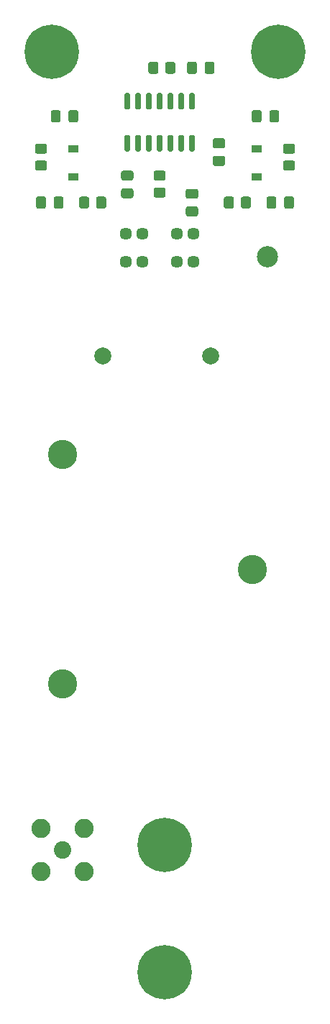
<source format=gts>
%TF.GenerationSoftware,KiCad,Pcbnew,(5.1.10)-1*%
%TF.CreationDate,2022-05-18T17:56:24+01:00*%
%TF.ProjectId,handifinder,68616e64-6966-4696-9e64-65722e6b6963,rev?*%
%TF.SameCoordinates,Original*%
%TF.FileFunction,Soldermask,Top*%
%TF.FilePolarity,Negative*%
%FSLAX46Y46*%
G04 Gerber Fmt 4.6, Leading zero omitted, Abs format (unit mm)*
G04 Created by KiCad (PCBNEW (5.1.10)-1) date 2022-05-18 17:56:24*
%MOMM*%
%LPD*%
G01*
G04 APERTURE LIST*
%ADD10C,3.435000*%
%ADD11C,2.000000*%
%ADD12C,2.050000*%
%ADD13C,2.250000*%
%ADD14R,1.200000X0.900000*%
%ADD15C,6.400000*%
%ADD16C,0.800000*%
%ADD17C,1.450000*%
%ADD18C,2.500000*%
G04 APERTURE END LIST*
D10*
%TO.C,BT1*%
X157875000Y-108855000D03*
X135525000Y-122335000D03*
X135525000Y-95365000D03*
D11*
X152965000Y-83765000D03*
X140265000Y-83765000D03*
%TD*%
D12*
%TO.C,J1*%
X135525000Y-141875000D03*
D13*
X138065000Y-144415000D03*
X138065000Y-139335000D03*
X132985000Y-139335000D03*
X132985000Y-144415000D03*
%TD*%
D14*
%TO.C,D1*%
X136795000Y-59325000D03*
X136795000Y-62625000D03*
%TD*%
%TO.C,C1*%
G36*
G01*
X151352500Y-49325000D02*
X151352500Y-50275000D01*
G75*
G02*
X151102500Y-50525000I-250000J0D01*
G01*
X150427500Y-50525000D01*
G75*
G02*
X150177500Y-50275000I0J250000D01*
G01*
X150177500Y-49325000D01*
G75*
G02*
X150427500Y-49075000I250000J0D01*
G01*
X151102500Y-49075000D01*
G75*
G02*
X151352500Y-49325000I0J-250000D01*
G01*
G37*
G36*
G01*
X153427500Y-49325000D02*
X153427500Y-50275000D01*
G75*
G02*
X153177500Y-50525000I-250000J0D01*
G01*
X152502500Y-50525000D01*
G75*
G02*
X152252500Y-50275000I0J250000D01*
G01*
X152252500Y-49325000D01*
G75*
G02*
X152502500Y-49075000I250000J0D01*
G01*
X153177500Y-49075000D01*
G75*
G02*
X153427500Y-49325000I0J-250000D01*
G01*
G37*
%TD*%
%TO.C,C2*%
G36*
G01*
X153465000Y-60177500D02*
X154415000Y-60177500D01*
G75*
G02*
X154665000Y-60427500I0J-250000D01*
G01*
X154665000Y-61102500D01*
G75*
G02*
X154415000Y-61352500I-250000J0D01*
G01*
X153465000Y-61352500D01*
G75*
G02*
X153215000Y-61102500I0J250000D01*
G01*
X153215000Y-60427500D01*
G75*
G02*
X153465000Y-60177500I250000J0D01*
G01*
G37*
G36*
G01*
X153465000Y-58102500D02*
X154415000Y-58102500D01*
G75*
G02*
X154665000Y-58352500I0J-250000D01*
G01*
X154665000Y-59027500D01*
G75*
G02*
X154415000Y-59277500I-250000J0D01*
G01*
X153465000Y-59277500D01*
G75*
G02*
X153215000Y-59027500I0J250000D01*
G01*
X153215000Y-58352500D01*
G75*
G02*
X153465000Y-58102500I250000J0D01*
G01*
G37*
%TD*%
%TO.C,C3*%
G36*
G01*
X162782500Y-65200000D02*
X162782500Y-66150000D01*
G75*
G02*
X162532500Y-66400000I-250000J0D01*
G01*
X161857500Y-66400000D01*
G75*
G02*
X161607500Y-66150000I0J250000D01*
G01*
X161607500Y-65200000D01*
G75*
G02*
X161857500Y-64950000I250000J0D01*
G01*
X162532500Y-64950000D01*
G75*
G02*
X162782500Y-65200000I0J-250000D01*
G01*
G37*
G36*
G01*
X160707500Y-65200000D02*
X160707500Y-66150000D01*
G75*
G02*
X160457500Y-66400000I-250000J0D01*
G01*
X159782500Y-66400000D01*
G75*
G02*
X159532500Y-66150000I0J250000D01*
G01*
X159532500Y-65200000D01*
G75*
G02*
X159782500Y-64950000I250000J0D01*
G01*
X160457500Y-64950000D01*
G75*
G02*
X160707500Y-65200000I0J-250000D01*
G01*
G37*
%TD*%
%TO.C,C4*%
G36*
G01*
X134472500Y-66150000D02*
X134472500Y-65200000D01*
G75*
G02*
X134722500Y-64950000I250000J0D01*
G01*
X135397500Y-64950000D01*
G75*
G02*
X135647500Y-65200000I0J-250000D01*
G01*
X135647500Y-66150000D01*
G75*
G02*
X135397500Y-66400000I-250000J0D01*
G01*
X134722500Y-66400000D01*
G75*
G02*
X134472500Y-66150000I0J250000D01*
G01*
G37*
G36*
G01*
X132397500Y-66150000D02*
X132397500Y-65200000D01*
G75*
G02*
X132647500Y-64950000I250000J0D01*
G01*
X133322500Y-64950000D01*
G75*
G02*
X133572500Y-65200000I0J-250000D01*
G01*
X133572500Y-66150000D01*
G75*
G02*
X133322500Y-66400000I-250000J0D01*
G01*
X132647500Y-66400000D01*
G75*
G02*
X132397500Y-66150000I0J250000D01*
G01*
G37*
%TD*%
%TO.C,C5*%
G36*
G01*
X150290000Y-64050000D02*
X151240000Y-64050000D01*
G75*
G02*
X151490000Y-64300000I0J-250000D01*
G01*
X151490000Y-64975000D01*
G75*
G02*
X151240000Y-65225000I-250000J0D01*
G01*
X150290000Y-65225000D01*
G75*
G02*
X150040000Y-64975000I0J250000D01*
G01*
X150040000Y-64300000D01*
G75*
G02*
X150290000Y-64050000I250000J0D01*
G01*
G37*
G36*
G01*
X150290000Y-66125000D02*
X151240000Y-66125000D01*
G75*
G02*
X151490000Y-66375000I0J-250000D01*
G01*
X151490000Y-67050000D01*
G75*
G02*
X151240000Y-67300000I-250000J0D01*
G01*
X150290000Y-67300000D01*
G75*
G02*
X150040000Y-67050000I0J250000D01*
G01*
X150040000Y-66375000D01*
G75*
G02*
X150290000Y-66125000I250000J0D01*
G01*
G37*
%TD*%
%TO.C,C6*%
G36*
G01*
X137382500Y-55040000D02*
X137382500Y-55990000D01*
G75*
G02*
X137132500Y-56240000I-250000J0D01*
G01*
X136457500Y-56240000D01*
G75*
G02*
X136207500Y-55990000I0J250000D01*
G01*
X136207500Y-55040000D01*
G75*
G02*
X136457500Y-54790000I250000J0D01*
G01*
X137132500Y-54790000D01*
G75*
G02*
X137382500Y-55040000I0J-250000D01*
G01*
G37*
G36*
G01*
X135307500Y-55040000D02*
X135307500Y-55990000D01*
G75*
G02*
X135057500Y-56240000I-250000J0D01*
G01*
X134382500Y-56240000D01*
G75*
G02*
X134132500Y-55990000I0J250000D01*
G01*
X134132500Y-55040000D01*
G75*
G02*
X134382500Y-54790000I250000J0D01*
G01*
X135057500Y-54790000D01*
G75*
G02*
X135307500Y-55040000I0J-250000D01*
G01*
G37*
%TD*%
%TO.C,C7*%
G36*
G01*
X142670000Y-63987500D02*
X143620000Y-63987500D01*
G75*
G02*
X143870000Y-64237500I0J-250000D01*
G01*
X143870000Y-64912500D01*
G75*
G02*
X143620000Y-65162500I-250000J0D01*
G01*
X142670000Y-65162500D01*
G75*
G02*
X142420000Y-64912500I0J250000D01*
G01*
X142420000Y-64237500D01*
G75*
G02*
X142670000Y-63987500I250000J0D01*
G01*
G37*
G36*
G01*
X142670000Y-61912500D02*
X143620000Y-61912500D01*
G75*
G02*
X143870000Y-62162500I0J-250000D01*
G01*
X143870000Y-62837500D01*
G75*
G02*
X143620000Y-63087500I-250000J0D01*
G01*
X142670000Y-63087500D01*
G75*
G02*
X142420000Y-62837500I0J250000D01*
G01*
X142420000Y-62162500D01*
G75*
G02*
X142670000Y-61912500I250000J0D01*
G01*
G37*
%TD*%
%TO.C,C8*%
G36*
G01*
X157797500Y-55990000D02*
X157797500Y-55040000D01*
G75*
G02*
X158047500Y-54790000I250000J0D01*
G01*
X158722500Y-54790000D01*
G75*
G02*
X158972500Y-55040000I0J-250000D01*
G01*
X158972500Y-55990000D01*
G75*
G02*
X158722500Y-56240000I-250000J0D01*
G01*
X158047500Y-56240000D01*
G75*
G02*
X157797500Y-55990000I0J250000D01*
G01*
G37*
G36*
G01*
X159872500Y-55990000D02*
X159872500Y-55040000D01*
G75*
G02*
X160122500Y-54790000I250000J0D01*
G01*
X160797500Y-54790000D01*
G75*
G02*
X161047500Y-55040000I0J-250000D01*
G01*
X161047500Y-55990000D01*
G75*
G02*
X160797500Y-56240000I-250000J0D01*
G01*
X160122500Y-56240000D01*
G75*
G02*
X159872500Y-55990000I0J250000D01*
G01*
G37*
%TD*%
%TO.C,D2*%
X158385000Y-62625000D03*
X158385000Y-59325000D03*
%TD*%
D15*
%TO.C,H1*%
X134255000Y-47895000D03*
D16*
X136655000Y-47895000D03*
X135952056Y-49592056D03*
X134255000Y-50295000D03*
X132557944Y-49592056D03*
X131855000Y-47895000D03*
X132557944Y-46197944D03*
X134255000Y-45495000D03*
X135952056Y-46197944D03*
%TD*%
%TO.C,H2*%
X162622056Y-46197944D03*
X160925000Y-45495000D03*
X159227944Y-46197944D03*
X158525000Y-47895000D03*
X159227944Y-49592056D03*
X160925000Y-50295000D03*
X162622056Y-49592056D03*
X163325000Y-47895000D03*
D15*
X160925000Y-47895000D03*
%TD*%
%TO.C,R1*%
G36*
G01*
X148825000Y-49349999D02*
X148825000Y-50250001D01*
G75*
G02*
X148575001Y-50500000I-249999J0D01*
G01*
X147874999Y-50500000D01*
G75*
G02*
X147625000Y-50250001I0J249999D01*
G01*
X147625000Y-49349999D01*
G75*
G02*
X147874999Y-49100000I249999J0D01*
G01*
X148575001Y-49100000D01*
G75*
G02*
X148825000Y-49349999I0J-249999D01*
G01*
G37*
G36*
G01*
X146825000Y-49349999D02*
X146825000Y-50250001D01*
G75*
G02*
X146575001Y-50500000I-249999J0D01*
G01*
X145874999Y-50500000D01*
G75*
G02*
X145625000Y-50250001I0J249999D01*
G01*
X145625000Y-49349999D01*
G75*
G02*
X145874999Y-49100000I249999J0D01*
G01*
X146575001Y-49100000D01*
G75*
G02*
X146825000Y-49349999I0J-249999D01*
G01*
G37*
%TD*%
%TO.C,R2*%
G36*
G01*
X155715000Y-65224999D02*
X155715000Y-66125001D01*
G75*
G02*
X155465001Y-66375000I-249999J0D01*
G01*
X154764999Y-66375000D01*
G75*
G02*
X154515000Y-66125001I0J249999D01*
G01*
X154515000Y-65224999D01*
G75*
G02*
X154764999Y-64975000I249999J0D01*
G01*
X155465001Y-64975000D01*
G75*
G02*
X155715000Y-65224999I0J-249999D01*
G01*
G37*
G36*
G01*
X157715000Y-65224999D02*
X157715000Y-66125001D01*
G75*
G02*
X157465001Y-66375000I-249999J0D01*
G01*
X156764999Y-66375000D01*
G75*
G02*
X156515000Y-66125001I0J249999D01*
G01*
X156515000Y-65224999D01*
G75*
G02*
X156764999Y-64975000I249999J0D01*
G01*
X157465001Y-64975000D01*
G75*
G02*
X157715000Y-65224999I0J-249999D01*
G01*
G37*
%TD*%
%TO.C,R3*%
G36*
G01*
X137465000Y-66125001D02*
X137465000Y-65224999D01*
G75*
G02*
X137714999Y-64975000I249999J0D01*
G01*
X138415001Y-64975000D01*
G75*
G02*
X138665000Y-65224999I0J-249999D01*
G01*
X138665000Y-66125001D01*
G75*
G02*
X138415001Y-66375000I-249999J0D01*
G01*
X137714999Y-66375000D01*
G75*
G02*
X137465000Y-66125001I0J249999D01*
G01*
G37*
G36*
G01*
X139465000Y-66125001D02*
X139465000Y-65224999D01*
G75*
G02*
X139714999Y-64975000I249999J0D01*
G01*
X140415001Y-64975000D01*
G75*
G02*
X140665000Y-65224999I0J-249999D01*
G01*
X140665000Y-66125001D01*
G75*
G02*
X140415001Y-66375000I-249999J0D01*
G01*
X139714999Y-66375000D01*
G75*
G02*
X139465000Y-66125001I0J249999D01*
G01*
G37*
%TD*%
%TO.C,R4*%
G36*
G01*
X132534999Y-60725000D02*
X133435001Y-60725000D01*
G75*
G02*
X133685000Y-60974999I0J-249999D01*
G01*
X133685000Y-61675001D01*
G75*
G02*
X133435001Y-61925000I-249999J0D01*
G01*
X132534999Y-61925000D01*
G75*
G02*
X132285000Y-61675001I0J249999D01*
G01*
X132285000Y-60974999D01*
G75*
G02*
X132534999Y-60725000I249999J0D01*
G01*
G37*
G36*
G01*
X132534999Y-58725000D02*
X133435001Y-58725000D01*
G75*
G02*
X133685000Y-58974999I0J-249999D01*
G01*
X133685000Y-59675001D01*
G75*
G02*
X133435001Y-59925000I-249999J0D01*
G01*
X132534999Y-59925000D01*
G75*
G02*
X132285000Y-59675001I0J249999D01*
G01*
X132285000Y-58974999D01*
G75*
G02*
X132534999Y-58725000I249999J0D01*
G01*
G37*
%TD*%
%TO.C,R5*%
G36*
G01*
X146504999Y-63900000D02*
X147405001Y-63900000D01*
G75*
G02*
X147655000Y-64149999I0J-249999D01*
G01*
X147655000Y-64850001D01*
G75*
G02*
X147405001Y-65100000I-249999J0D01*
G01*
X146504999Y-65100000D01*
G75*
G02*
X146255000Y-64850001I0J249999D01*
G01*
X146255000Y-64149999D01*
G75*
G02*
X146504999Y-63900000I249999J0D01*
G01*
G37*
G36*
G01*
X146504999Y-61900000D02*
X147405001Y-61900000D01*
G75*
G02*
X147655000Y-62149999I0J-249999D01*
G01*
X147655000Y-62850001D01*
G75*
G02*
X147405001Y-63100000I-249999J0D01*
G01*
X146504999Y-63100000D01*
G75*
G02*
X146255000Y-62850001I0J249999D01*
G01*
X146255000Y-62149999D01*
G75*
G02*
X146504999Y-61900000I249999J0D01*
G01*
G37*
%TD*%
%TO.C,R6*%
G36*
G01*
X161744999Y-58725000D02*
X162645001Y-58725000D01*
G75*
G02*
X162895000Y-58974999I0J-249999D01*
G01*
X162895000Y-59675001D01*
G75*
G02*
X162645001Y-59925000I-249999J0D01*
G01*
X161744999Y-59925000D01*
G75*
G02*
X161495000Y-59675001I0J249999D01*
G01*
X161495000Y-58974999D01*
G75*
G02*
X161744999Y-58725000I249999J0D01*
G01*
G37*
G36*
G01*
X161744999Y-60725000D02*
X162645001Y-60725000D01*
G75*
G02*
X162895000Y-60974999I0J-249999D01*
G01*
X162895000Y-61675001D01*
G75*
G02*
X162645001Y-61925000I-249999J0D01*
G01*
X161744999Y-61925000D01*
G75*
G02*
X161495000Y-61675001I0J249999D01*
G01*
X161495000Y-60974999D01*
G75*
G02*
X161744999Y-60725000I249999J0D01*
G01*
G37*
%TD*%
D17*
%TO.C,S1*%
X142955000Y-72660000D03*
X144955000Y-72660000D03*
X148955000Y-72660000D03*
X150955000Y-72660000D03*
X142955000Y-69360000D03*
X144955000Y-69360000D03*
X148955000Y-69360000D03*
X150955000Y-69360000D03*
%TD*%
D18*
%TO.C,TP1*%
X159655000Y-72025000D03*
%TD*%
%TO.C,U1*%
G36*
G01*
X150615000Y-52765000D02*
X150915000Y-52765000D01*
G75*
G02*
X151065000Y-52915000I0J-150000D01*
G01*
X151065000Y-54565000D01*
G75*
G02*
X150915000Y-54715000I-150000J0D01*
G01*
X150615000Y-54715000D01*
G75*
G02*
X150465000Y-54565000I0J150000D01*
G01*
X150465000Y-52915000D01*
G75*
G02*
X150615000Y-52765000I150000J0D01*
G01*
G37*
G36*
G01*
X149345000Y-52765000D02*
X149645000Y-52765000D01*
G75*
G02*
X149795000Y-52915000I0J-150000D01*
G01*
X149795000Y-54565000D01*
G75*
G02*
X149645000Y-54715000I-150000J0D01*
G01*
X149345000Y-54715000D01*
G75*
G02*
X149195000Y-54565000I0J150000D01*
G01*
X149195000Y-52915000D01*
G75*
G02*
X149345000Y-52765000I150000J0D01*
G01*
G37*
G36*
G01*
X148075000Y-52765000D02*
X148375000Y-52765000D01*
G75*
G02*
X148525000Y-52915000I0J-150000D01*
G01*
X148525000Y-54565000D01*
G75*
G02*
X148375000Y-54715000I-150000J0D01*
G01*
X148075000Y-54715000D01*
G75*
G02*
X147925000Y-54565000I0J150000D01*
G01*
X147925000Y-52915000D01*
G75*
G02*
X148075000Y-52765000I150000J0D01*
G01*
G37*
G36*
G01*
X146805000Y-52765000D02*
X147105000Y-52765000D01*
G75*
G02*
X147255000Y-52915000I0J-150000D01*
G01*
X147255000Y-54565000D01*
G75*
G02*
X147105000Y-54715000I-150000J0D01*
G01*
X146805000Y-54715000D01*
G75*
G02*
X146655000Y-54565000I0J150000D01*
G01*
X146655000Y-52915000D01*
G75*
G02*
X146805000Y-52765000I150000J0D01*
G01*
G37*
G36*
G01*
X145535000Y-52765000D02*
X145835000Y-52765000D01*
G75*
G02*
X145985000Y-52915000I0J-150000D01*
G01*
X145985000Y-54565000D01*
G75*
G02*
X145835000Y-54715000I-150000J0D01*
G01*
X145535000Y-54715000D01*
G75*
G02*
X145385000Y-54565000I0J150000D01*
G01*
X145385000Y-52915000D01*
G75*
G02*
X145535000Y-52765000I150000J0D01*
G01*
G37*
G36*
G01*
X144265000Y-52765000D02*
X144565000Y-52765000D01*
G75*
G02*
X144715000Y-52915000I0J-150000D01*
G01*
X144715000Y-54565000D01*
G75*
G02*
X144565000Y-54715000I-150000J0D01*
G01*
X144265000Y-54715000D01*
G75*
G02*
X144115000Y-54565000I0J150000D01*
G01*
X144115000Y-52915000D01*
G75*
G02*
X144265000Y-52765000I150000J0D01*
G01*
G37*
G36*
G01*
X142995000Y-52765000D02*
X143295000Y-52765000D01*
G75*
G02*
X143445000Y-52915000I0J-150000D01*
G01*
X143445000Y-54565000D01*
G75*
G02*
X143295000Y-54715000I-150000J0D01*
G01*
X142995000Y-54715000D01*
G75*
G02*
X142845000Y-54565000I0J150000D01*
G01*
X142845000Y-52915000D01*
G75*
G02*
X142995000Y-52765000I150000J0D01*
G01*
G37*
G36*
G01*
X142995000Y-57715000D02*
X143295000Y-57715000D01*
G75*
G02*
X143445000Y-57865000I0J-150000D01*
G01*
X143445000Y-59515000D01*
G75*
G02*
X143295000Y-59665000I-150000J0D01*
G01*
X142995000Y-59665000D01*
G75*
G02*
X142845000Y-59515000I0J150000D01*
G01*
X142845000Y-57865000D01*
G75*
G02*
X142995000Y-57715000I150000J0D01*
G01*
G37*
G36*
G01*
X144265000Y-57715000D02*
X144565000Y-57715000D01*
G75*
G02*
X144715000Y-57865000I0J-150000D01*
G01*
X144715000Y-59515000D01*
G75*
G02*
X144565000Y-59665000I-150000J0D01*
G01*
X144265000Y-59665000D01*
G75*
G02*
X144115000Y-59515000I0J150000D01*
G01*
X144115000Y-57865000D01*
G75*
G02*
X144265000Y-57715000I150000J0D01*
G01*
G37*
G36*
G01*
X145535000Y-57715000D02*
X145835000Y-57715000D01*
G75*
G02*
X145985000Y-57865000I0J-150000D01*
G01*
X145985000Y-59515000D01*
G75*
G02*
X145835000Y-59665000I-150000J0D01*
G01*
X145535000Y-59665000D01*
G75*
G02*
X145385000Y-59515000I0J150000D01*
G01*
X145385000Y-57865000D01*
G75*
G02*
X145535000Y-57715000I150000J0D01*
G01*
G37*
G36*
G01*
X146805000Y-57715000D02*
X147105000Y-57715000D01*
G75*
G02*
X147255000Y-57865000I0J-150000D01*
G01*
X147255000Y-59515000D01*
G75*
G02*
X147105000Y-59665000I-150000J0D01*
G01*
X146805000Y-59665000D01*
G75*
G02*
X146655000Y-59515000I0J150000D01*
G01*
X146655000Y-57865000D01*
G75*
G02*
X146805000Y-57715000I150000J0D01*
G01*
G37*
G36*
G01*
X148075000Y-57715000D02*
X148375000Y-57715000D01*
G75*
G02*
X148525000Y-57865000I0J-150000D01*
G01*
X148525000Y-59515000D01*
G75*
G02*
X148375000Y-59665000I-150000J0D01*
G01*
X148075000Y-59665000D01*
G75*
G02*
X147925000Y-59515000I0J150000D01*
G01*
X147925000Y-57865000D01*
G75*
G02*
X148075000Y-57715000I150000J0D01*
G01*
G37*
G36*
G01*
X149345000Y-57715000D02*
X149645000Y-57715000D01*
G75*
G02*
X149795000Y-57865000I0J-150000D01*
G01*
X149795000Y-59515000D01*
G75*
G02*
X149645000Y-59665000I-150000J0D01*
G01*
X149345000Y-59665000D01*
G75*
G02*
X149195000Y-59515000I0J150000D01*
G01*
X149195000Y-57865000D01*
G75*
G02*
X149345000Y-57715000I150000J0D01*
G01*
G37*
G36*
G01*
X150615000Y-57715000D02*
X150915000Y-57715000D01*
G75*
G02*
X151065000Y-57865000I0J-150000D01*
G01*
X151065000Y-59515000D01*
G75*
G02*
X150915000Y-59665000I-150000J0D01*
G01*
X150615000Y-59665000D01*
G75*
G02*
X150465000Y-59515000I0J150000D01*
G01*
X150465000Y-57865000D01*
G75*
G02*
X150615000Y-57715000I150000J0D01*
G01*
G37*
%TD*%
D16*
%TO.C,H3*%
X145892944Y-154617944D03*
X145190000Y-156315000D03*
X145892944Y-158012056D03*
X147590000Y-158715000D03*
X149287056Y-158012056D03*
X149990000Y-156315000D03*
X149287056Y-154617944D03*
X147590000Y-153915000D03*
D15*
X147590000Y-156315000D03*
%TD*%
%TO.C,H4*%
X147590000Y-141315000D03*
D16*
X147590000Y-138915000D03*
X149287056Y-139617944D03*
X149990000Y-141315000D03*
X149287056Y-143012056D03*
X147590000Y-143715000D03*
X145892944Y-143012056D03*
X145190000Y-141315000D03*
X145892944Y-139617944D03*
%TD*%
M02*

</source>
